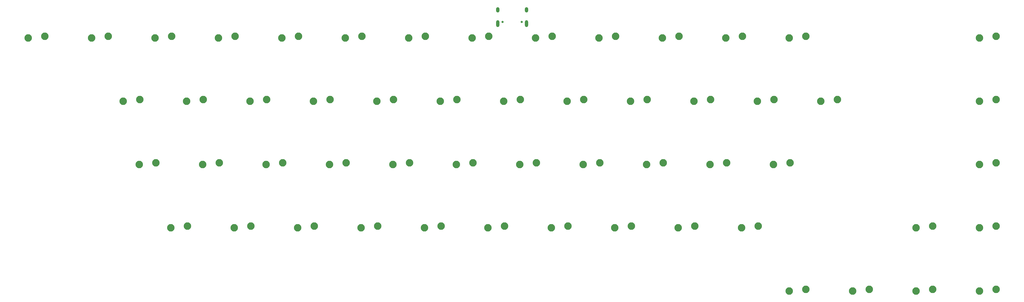
<source format=gbr>
%TF.GenerationSoftware,KiCad,Pcbnew,9.0.3*%
%TF.CreationDate,2025-08-06T18:50:18-07:00*%
%TF.ProjectId,PCB-Keyboard-EDIPO,5043422d-4b65-4796-926f-6172642d4544,rev?*%
%TF.SameCoordinates,Original*%
%TF.FileFunction,Soldermask,Top*%
%TF.FilePolarity,Negative*%
%FSLAX46Y46*%
G04 Gerber Fmt 4.6, Leading zero omitted, Abs format (unit mm)*
G04 Created by KiCad (PCBNEW 9.0.3) date 2025-08-06 18:50:18*
%MOMM*%
%LPD*%
G01*
G04 APERTURE LIST*
%ADD10C,2.250000*%
%ADD11C,0.650000*%
%ADD12O,1.000000X1.600000*%
%ADD13O,1.000000X2.100000*%
G04 APERTURE END LIST*
D10*
%TO.C,SW58*%
X310239736Y86562236D03*
X315239736Y87062236D03*
%TD*%
%TO.C,SW49*%
X124502236Y86562236D03*
X129502236Y87062236D03*
%TD*%
%TO.C,SW17*%
X53064736Y124662236D03*
X58064736Y125162236D03*
%TD*%
%TO.C,SW35*%
X114977236Y105612236D03*
X119977236Y106112236D03*
%TD*%
%TO.C,SW47*%
X86402236Y86562236D03*
X91402236Y87062236D03*
%TD*%
%TO.C,SW53*%
X200702236Y86562236D03*
X205702236Y87062236D03*
%TD*%
%TO.C,SW48*%
X105452236Y86562236D03*
X110452236Y87062236D03*
%TD*%
%TO.C,SW57*%
X291189736Y86562236D03*
X296189736Y87062236D03*
%TD*%
%TO.C,SW65*%
X272139736Y67512236D03*
X277139736Y68012236D03*
%TD*%
%TO.C,SW24*%
X186414736Y124662236D03*
X191414736Y125162236D03*
%TD*%
%TO.C,SW9*%
X176889736Y143712236D03*
X181889736Y144212236D03*
%TD*%
%TO.C,SW28*%
X262614736Y124662236D03*
X267614736Y125162236D03*
%TD*%
%TO.C,SW12*%
X234039736Y143712236D03*
X239039736Y144212236D03*
%TD*%
%TO.C,SW6*%
X119739736Y143712236D03*
X124739736Y144212236D03*
%TD*%
%TO.C,SW66*%
X291189736Y67512236D03*
X296189736Y68012236D03*
%TD*%
%TO.C,SW30*%
X310239736Y124662236D03*
X315239736Y125162236D03*
%TD*%
%TO.C,SW10*%
X195939736Y143712236D03*
X200939736Y144212236D03*
%TD*%
%TO.C,SW38*%
X172127236Y105612236D03*
X177127236Y106112236D03*
%TD*%
%TO.C,SW67*%
X310239736Y67512236D03*
X315239736Y68012236D03*
%TD*%
%TO.C,SW8*%
X157839736Y143712236D03*
X162839736Y144212236D03*
%TD*%
%TO.C,SW11*%
X214989736Y143712236D03*
X219989736Y144212236D03*
%TD*%
%TO.C,SW15*%
X310239736Y143712236D03*
X315239736Y144212236D03*
%TD*%
%TO.C,SW4*%
X81639736Y143712236D03*
X86639736Y144212236D03*
%TD*%
%TO.C,SW52*%
X181652236Y86562236D03*
X186652236Y87062236D03*
%TD*%
%TO.C,SW41*%
X229277236Y105612236D03*
X234277236Y106112236D03*
%TD*%
%TO.C,SW27*%
X243564736Y124662236D03*
X248564736Y125162236D03*
%TD*%
%TO.C,SW64*%
X253089736Y67512236D03*
X258089736Y68012236D03*
%TD*%
%TO.C,SW20*%
X110214736Y124662236D03*
X115214736Y125162236D03*
%TD*%
%TO.C,SW22*%
X148314736Y124662236D03*
X153314736Y125162236D03*
%TD*%
%TO.C,SW32*%
X57827236Y105612236D03*
X62827236Y106112236D03*
%TD*%
%TO.C,SW26*%
X224514736Y124662236D03*
X229514736Y125162236D03*
%TD*%
%TO.C,SW19*%
X91164736Y124662236D03*
X96164736Y125162236D03*
%TD*%
%TO.C,SW5*%
X100689736Y143712236D03*
X105689736Y144212236D03*
%TD*%
%TO.C,SW23*%
X167364736Y124662236D03*
X172364736Y125162236D03*
%TD*%
%TO.C,SW50*%
X143552236Y86562236D03*
X148552236Y87062236D03*
%TD*%
%TO.C,SW13*%
X253089736Y143712236D03*
X258089736Y144212236D03*
%TD*%
%TO.C,SW18*%
X72114736Y124662236D03*
X77114736Y125162236D03*
%TD*%
%TO.C,SW2*%
X43539736Y143712236D03*
X48539736Y144212236D03*
%TD*%
%TO.C,SW1*%
X24489736Y143712236D03*
X29489736Y144212236D03*
%TD*%
%TO.C,SW34*%
X95927236Y105612236D03*
X100927236Y106112236D03*
%TD*%
%TO.C,SW54*%
X219752236Y86562236D03*
X224752236Y87062236D03*
%TD*%
%TO.C,SW40*%
X210227236Y105612236D03*
X215227236Y106112236D03*
%TD*%
%TO.C,SW37*%
X153077236Y105612236D03*
X158077236Y106112236D03*
%TD*%
%TO.C,SW25*%
X205464736Y124662236D03*
X210464736Y125162236D03*
%TD*%
%TO.C,SW42*%
X248327236Y105612236D03*
X253327236Y106112236D03*
%TD*%
%TO.C,SW39*%
X191177236Y105612236D03*
X196177236Y106112236D03*
%TD*%
%TO.C,SW3*%
X62589736Y143712236D03*
X67589736Y144212236D03*
%TD*%
%TO.C,SW33*%
X76877236Y105612236D03*
X81877236Y106112236D03*
%TD*%
%TO.C,SW7*%
X138789736Y143712236D03*
X143789736Y144212236D03*
%TD*%
%TO.C,SW36*%
X134027236Y105612236D03*
X139027236Y106112236D03*
%TD*%
%TO.C,SW21*%
X129264736Y124662236D03*
X134264736Y125162236D03*
%TD*%
%TO.C,SW46*%
X67352236Y86562236D03*
X72352236Y87062236D03*
%TD*%
%TO.C,SW51*%
X162602236Y86562236D03*
X167602236Y87062236D03*
%TD*%
%TO.C,SW44*%
X310239736Y105612236D03*
X315239736Y106112236D03*
%TD*%
%TO.C,SW55*%
X238802236Y86562236D03*
X243802236Y87062236D03*
%TD*%
D11*
%TO.C,USB1*%
X166972736Y148537436D03*
X172752736Y148537436D03*
D12*
X165542736Y152187436D03*
D13*
X165542736Y148007436D03*
D12*
X174182736Y152187436D03*
D13*
X174182736Y148007436D03*
%TD*%
M02*

</source>
